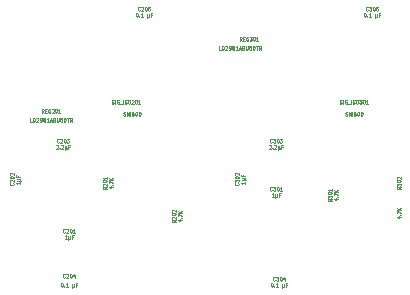
<source format=gbo>
%TF.GenerationSoftware,KiCad,Pcbnew,(6.0.0-0)*%
%TF.CreationDate,2022-02-05T16:32:56-08:00*%
%TF.ProjectId,tentacle-raspi,74656e74-6163-46c6-952d-72617370692e,1.0*%
%TF.SameCoordinates,Original*%
%TF.FileFunction,Legend,Bot*%
%TF.FilePolarity,Positive*%
%FSLAX46Y46*%
G04 Gerber Fmt 4.6, Leading zero omitted, Abs format (unit mm)*
G04 Created by KiCad (PCBNEW (6.0.0-0)) date 2022-02-05 16:32:56*
%MOMM*%
%LPD*%
G01*
G04 APERTURE LIST*
%ADD10C,0.040000*%
G04 APERTURE END LIST*
D10*
%TO.C,C201*%
X119044285Y-94341142D02*
X119030000Y-94355428D01*
X118987142Y-94369714D01*
X118958571Y-94369714D01*
X118915714Y-94355428D01*
X118887142Y-94326857D01*
X118872857Y-94298285D01*
X118858571Y-94241142D01*
X118858571Y-94198285D01*
X118872857Y-94141142D01*
X118887142Y-94112571D01*
X118915714Y-94084000D01*
X118958571Y-94069714D01*
X118987142Y-94069714D01*
X119030000Y-94084000D01*
X119044285Y-94098285D01*
X119158571Y-94098285D02*
X119172857Y-94084000D01*
X119201428Y-94069714D01*
X119272857Y-94069714D01*
X119301428Y-94084000D01*
X119315714Y-94098285D01*
X119330000Y-94126857D01*
X119330000Y-94155428D01*
X119315714Y-94198285D01*
X119144285Y-94369714D01*
X119330000Y-94369714D01*
X119515714Y-94069714D02*
X119544285Y-94069714D01*
X119572857Y-94084000D01*
X119587142Y-94098285D01*
X119601428Y-94126857D01*
X119615714Y-94184000D01*
X119615714Y-94255428D01*
X119601428Y-94312571D01*
X119587142Y-94341142D01*
X119572857Y-94355428D01*
X119544285Y-94369714D01*
X119515714Y-94369714D01*
X119487142Y-94355428D01*
X119472857Y-94341142D01*
X119458571Y-94312571D01*
X119444285Y-94255428D01*
X119444285Y-94184000D01*
X119458571Y-94126857D01*
X119472857Y-94098285D01*
X119487142Y-94084000D01*
X119515714Y-94069714D01*
X119901428Y-94369714D02*
X119730000Y-94369714D01*
X119815714Y-94369714D02*
X119815714Y-94069714D01*
X119787142Y-94112571D01*
X119758571Y-94141142D01*
X119730000Y-94155428D01*
X119180000Y-94877714D02*
X119008571Y-94877714D01*
X119094285Y-94877714D02*
X119094285Y-94577714D01*
X119065714Y-94620571D01*
X119037142Y-94649142D01*
X119008571Y-94663428D01*
X119308571Y-94677714D02*
X119308571Y-94977714D01*
X119451428Y-94834857D02*
X119465714Y-94863428D01*
X119494285Y-94877714D01*
X119308571Y-94834857D02*
X119322857Y-94863428D01*
X119351428Y-94877714D01*
X119408571Y-94877714D01*
X119437142Y-94863428D01*
X119451428Y-94834857D01*
X119451428Y-94677714D01*
X119722857Y-94720571D02*
X119622857Y-94720571D01*
X119622857Y-94877714D02*
X119622857Y-94577714D01*
X119765714Y-94577714D01*
%TO.C,C202*%
X114661142Y-90188214D02*
X114675428Y-90202500D01*
X114689714Y-90245357D01*
X114689714Y-90273928D01*
X114675428Y-90316785D01*
X114646857Y-90345357D01*
X114618285Y-90359642D01*
X114561142Y-90373928D01*
X114518285Y-90373928D01*
X114461142Y-90359642D01*
X114432571Y-90345357D01*
X114404000Y-90316785D01*
X114389714Y-90273928D01*
X114389714Y-90245357D01*
X114404000Y-90202500D01*
X114418285Y-90188214D01*
X114418285Y-90073928D02*
X114404000Y-90059642D01*
X114389714Y-90031071D01*
X114389714Y-89959642D01*
X114404000Y-89931071D01*
X114418285Y-89916785D01*
X114446857Y-89902500D01*
X114475428Y-89902500D01*
X114518285Y-89916785D01*
X114689714Y-90088214D01*
X114689714Y-89902500D01*
X114389714Y-89716785D02*
X114389714Y-89688214D01*
X114404000Y-89659642D01*
X114418285Y-89645357D01*
X114446857Y-89631071D01*
X114504000Y-89616785D01*
X114575428Y-89616785D01*
X114632571Y-89631071D01*
X114661142Y-89645357D01*
X114675428Y-89659642D01*
X114689714Y-89688214D01*
X114689714Y-89716785D01*
X114675428Y-89745357D01*
X114661142Y-89759642D01*
X114632571Y-89773928D01*
X114575428Y-89788214D01*
X114504000Y-89788214D01*
X114446857Y-89773928D01*
X114418285Y-89759642D01*
X114404000Y-89745357D01*
X114389714Y-89716785D01*
X114418285Y-89502500D02*
X114404000Y-89488214D01*
X114389714Y-89459642D01*
X114389714Y-89388214D01*
X114404000Y-89359642D01*
X114418285Y-89345357D01*
X114446857Y-89331071D01*
X114475428Y-89331071D01*
X114518285Y-89345357D01*
X114689714Y-89516785D01*
X114689714Y-89331071D01*
X115197714Y-90116000D02*
X115197714Y-90287428D01*
X115197714Y-90201714D02*
X114897714Y-90201714D01*
X114940571Y-90230285D01*
X114969142Y-90258857D01*
X114983428Y-90287428D01*
X114997714Y-89987428D02*
X115297714Y-89987428D01*
X115154857Y-89844571D02*
X115183428Y-89830285D01*
X115197714Y-89801714D01*
X115154857Y-89987428D02*
X115183428Y-89973142D01*
X115197714Y-89944571D01*
X115197714Y-89887428D01*
X115183428Y-89858857D01*
X115154857Y-89844571D01*
X114997714Y-89844571D01*
X115040571Y-89573142D02*
X115040571Y-89673142D01*
X115197714Y-89673142D02*
X114897714Y-89673142D01*
X114897714Y-89530285D01*
%TO.C,C203*%
X118536285Y-86721142D02*
X118522000Y-86735428D01*
X118479142Y-86749714D01*
X118450571Y-86749714D01*
X118407714Y-86735428D01*
X118379142Y-86706857D01*
X118364857Y-86678285D01*
X118350571Y-86621142D01*
X118350571Y-86578285D01*
X118364857Y-86521142D01*
X118379142Y-86492571D01*
X118407714Y-86464000D01*
X118450571Y-86449714D01*
X118479142Y-86449714D01*
X118522000Y-86464000D01*
X118536285Y-86478285D01*
X118650571Y-86478285D02*
X118664857Y-86464000D01*
X118693428Y-86449714D01*
X118764857Y-86449714D01*
X118793428Y-86464000D01*
X118807714Y-86478285D01*
X118822000Y-86506857D01*
X118822000Y-86535428D01*
X118807714Y-86578285D01*
X118636285Y-86749714D01*
X118822000Y-86749714D01*
X119007714Y-86449714D02*
X119036285Y-86449714D01*
X119064857Y-86464000D01*
X119079142Y-86478285D01*
X119093428Y-86506857D01*
X119107714Y-86564000D01*
X119107714Y-86635428D01*
X119093428Y-86692571D01*
X119079142Y-86721142D01*
X119064857Y-86735428D01*
X119036285Y-86749714D01*
X119007714Y-86749714D01*
X118979142Y-86735428D01*
X118964857Y-86721142D01*
X118950571Y-86692571D01*
X118936285Y-86635428D01*
X118936285Y-86564000D01*
X118950571Y-86506857D01*
X118964857Y-86478285D01*
X118979142Y-86464000D01*
X119007714Y-86449714D01*
X119207714Y-86449714D02*
X119393428Y-86449714D01*
X119293428Y-86564000D01*
X119336285Y-86564000D01*
X119364857Y-86578285D01*
X119379142Y-86592571D01*
X119393428Y-86621142D01*
X119393428Y-86692571D01*
X119379142Y-86721142D01*
X119364857Y-86735428D01*
X119336285Y-86749714D01*
X119250571Y-86749714D01*
X119222000Y-86735428D01*
X119207714Y-86721142D01*
X118286285Y-86986285D02*
X118300571Y-86972000D01*
X118329142Y-86957714D01*
X118400571Y-86957714D01*
X118429142Y-86972000D01*
X118443428Y-86986285D01*
X118457714Y-87014857D01*
X118457714Y-87043428D01*
X118443428Y-87086285D01*
X118272000Y-87257714D01*
X118457714Y-87257714D01*
X118586285Y-87229142D02*
X118600571Y-87243428D01*
X118586285Y-87257714D01*
X118572000Y-87243428D01*
X118586285Y-87229142D01*
X118586285Y-87257714D01*
X118714857Y-86986285D02*
X118729142Y-86972000D01*
X118757714Y-86957714D01*
X118829142Y-86957714D01*
X118857714Y-86972000D01*
X118872000Y-86986285D01*
X118886285Y-87014857D01*
X118886285Y-87043428D01*
X118872000Y-87086285D01*
X118700571Y-87257714D01*
X118886285Y-87257714D01*
X119014857Y-87057714D02*
X119014857Y-87357714D01*
X119157714Y-87214857D02*
X119172000Y-87243428D01*
X119200571Y-87257714D01*
X119014857Y-87214857D02*
X119029142Y-87243428D01*
X119057714Y-87257714D01*
X119114857Y-87257714D01*
X119143428Y-87243428D01*
X119157714Y-87214857D01*
X119157714Y-87057714D01*
X119429142Y-87100571D02*
X119329142Y-87100571D01*
X119329142Y-87257714D02*
X119329142Y-86957714D01*
X119472000Y-86957714D01*
%TO.C,C204*%
X119044285Y-98151142D02*
X119030000Y-98165428D01*
X118987142Y-98179714D01*
X118958571Y-98179714D01*
X118915714Y-98165428D01*
X118887142Y-98136857D01*
X118872857Y-98108285D01*
X118858571Y-98051142D01*
X118858571Y-98008285D01*
X118872857Y-97951142D01*
X118887142Y-97922571D01*
X118915714Y-97894000D01*
X118958571Y-97879714D01*
X118987142Y-97879714D01*
X119030000Y-97894000D01*
X119044285Y-97908285D01*
X119158571Y-97908285D02*
X119172857Y-97894000D01*
X119201428Y-97879714D01*
X119272857Y-97879714D01*
X119301428Y-97894000D01*
X119315714Y-97908285D01*
X119330000Y-97936857D01*
X119330000Y-97965428D01*
X119315714Y-98008285D01*
X119144285Y-98179714D01*
X119330000Y-98179714D01*
X119515714Y-97879714D02*
X119544285Y-97879714D01*
X119572857Y-97894000D01*
X119587142Y-97908285D01*
X119601428Y-97936857D01*
X119615714Y-97994000D01*
X119615714Y-98065428D01*
X119601428Y-98122571D01*
X119587142Y-98151142D01*
X119572857Y-98165428D01*
X119544285Y-98179714D01*
X119515714Y-98179714D01*
X119487142Y-98165428D01*
X119472857Y-98151142D01*
X119458571Y-98122571D01*
X119444285Y-98065428D01*
X119444285Y-97994000D01*
X119458571Y-97936857D01*
X119472857Y-97908285D01*
X119487142Y-97894000D01*
X119515714Y-97879714D01*
X119872857Y-97979714D02*
X119872857Y-98179714D01*
X119801428Y-97865428D02*
X119730000Y-98079714D01*
X119915714Y-98079714D01*
X118751428Y-98641714D02*
X118780000Y-98641714D01*
X118808571Y-98656000D01*
X118822857Y-98670285D01*
X118837142Y-98698857D01*
X118851428Y-98756000D01*
X118851428Y-98827428D01*
X118837142Y-98884571D01*
X118822857Y-98913142D01*
X118808571Y-98927428D01*
X118780000Y-98941714D01*
X118751428Y-98941714D01*
X118722857Y-98927428D01*
X118708571Y-98913142D01*
X118694285Y-98884571D01*
X118680000Y-98827428D01*
X118680000Y-98756000D01*
X118694285Y-98698857D01*
X118708571Y-98670285D01*
X118722857Y-98656000D01*
X118751428Y-98641714D01*
X118980000Y-98913142D02*
X118994285Y-98927428D01*
X118980000Y-98941714D01*
X118965714Y-98927428D01*
X118980000Y-98913142D01*
X118980000Y-98941714D01*
X119280000Y-98941714D02*
X119108571Y-98941714D01*
X119194285Y-98941714D02*
X119194285Y-98641714D01*
X119165714Y-98684571D01*
X119137142Y-98713142D01*
X119108571Y-98727428D01*
X119637142Y-98741714D02*
X119637142Y-99041714D01*
X119780000Y-98898857D02*
X119794285Y-98927428D01*
X119822857Y-98941714D01*
X119637142Y-98898857D02*
X119651428Y-98927428D01*
X119680000Y-98941714D01*
X119737142Y-98941714D01*
X119765714Y-98927428D01*
X119780000Y-98898857D01*
X119780000Y-98741714D01*
X120051428Y-98784571D02*
X119951428Y-98784571D01*
X119951428Y-98941714D02*
X119951428Y-98641714D01*
X120094285Y-98641714D01*
%TO.C,C205*%
X125394285Y-75545142D02*
X125380000Y-75559428D01*
X125337142Y-75573714D01*
X125308571Y-75573714D01*
X125265714Y-75559428D01*
X125237142Y-75530857D01*
X125222857Y-75502285D01*
X125208571Y-75445142D01*
X125208571Y-75402285D01*
X125222857Y-75345142D01*
X125237142Y-75316571D01*
X125265714Y-75288000D01*
X125308571Y-75273714D01*
X125337142Y-75273714D01*
X125380000Y-75288000D01*
X125394285Y-75302285D01*
X125508571Y-75302285D02*
X125522857Y-75288000D01*
X125551428Y-75273714D01*
X125622857Y-75273714D01*
X125651428Y-75288000D01*
X125665714Y-75302285D01*
X125680000Y-75330857D01*
X125680000Y-75359428D01*
X125665714Y-75402285D01*
X125494285Y-75573714D01*
X125680000Y-75573714D01*
X125865714Y-75273714D02*
X125894285Y-75273714D01*
X125922857Y-75288000D01*
X125937142Y-75302285D01*
X125951428Y-75330857D01*
X125965714Y-75388000D01*
X125965714Y-75459428D01*
X125951428Y-75516571D01*
X125937142Y-75545142D01*
X125922857Y-75559428D01*
X125894285Y-75573714D01*
X125865714Y-75573714D01*
X125837142Y-75559428D01*
X125822857Y-75545142D01*
X125808571Y-75516571D01*
X125794285Y-75459428D01*
X125794285Y-75388000D01*
X125808571Y-75330857D01*
X125822857Y-75302285D01*
X125837142Y-75288000D01*
X125865714Y-75273714D01*
X126237142Y-75273714D02*
X126094285Y-75273714D01*
X126080000Y-75416571D01*
X126094285Y-75402285D01*
X126122857Y-75388000D01*
X126194285Y-75388000D01*
X126222857Y-75402285D01*
X126237142Y-75416571D01*
X126251428Y-75445142D01*
X126251428Y-75516571D01*
X126237142Y-75545142D01*
X126222857Y-75559428D01*
X126194285Y-75573714D01*
X126122857Y-75573714D01*
X126094285Y-75559428D01*
X126080000Y-75545142D01*
X125101428Y-75781714D02*
X125130000Y-75781714D01*
X125158571Y-75796000D01*
X125172857Y-75810285D01*
X125187142Y-75838857D01*
X125201428Y-75896000D01*
X125201428Y-75967428D01*
X125187142Y-76024571D01*
X125172857Y-76053142D01*
X125158571Y-76067428D01*
X125130000Y-76081714D01*
X125101428Y-76081714D01*
X125072857Y-76067428D01*
X125058571Y-76053142D01*
X125044285Y-76024571D01*
X125030000Y-75967428D01*
X125030000Y-75896000D01*
X125044285Y-75838857D01*
X125058571Y-75810285D01*
X125072857Y-75796000D01*
X125101428Y-75781714D01*
X125330000Y-76053142D02*
X125344285Y-76067428D01*
X125330000Y-76081714D01*
X125315714Y-76067428D01*
X125330000Y-76053142D01*
X125330000Y-76081714D01*
X125630000Y-76081714D02*
X125458571Y-76081714D01*
X125544285Y-76081714D02*
X125544285Y-75781714D01*
X125515714Y-75824571D01*
X125487142Y-75853142D01*
X125458571Y-75867428D01*
X125987142Y-75881714D02*
X125987142Y-76181714D01*
X126130000Y-76038857D02*
X126144285Y-76067428D01*
X126172857Y-76081714D01*
X125987142Y-76038857D02*
X126001428Y-76067428D01*
X126030000Y-76081714D01*
X126087142Y-76081714D01*
X126115714Y-76067428D01*
X126130000Y-76038857D01*
X126130000Y-75881714D01*
X126401428Y-75924571D02*
X126301428Y-75924571D01*
X126301428Y-76081714D02*
X126301428Y-75781714D01*
X126444285Y-75781714D01*
%TO.C,C301*%
X136570285Y-90785142D02*
X136556000Y-90799428D01*
X136513142Y-90813714D01*
X136484571Y-90813714D01*
X136441714Y-90799428D01*
X136413142Y-90770857D01*
X136398857Y-90742285D01*
X136384571Y-90685142D01*
X136384571Y-90642285D01*
X136398857Y-90585142D01*
X136413142Y-90556571D01*
X136441714Y-90528000D01*
X136484571Y-90513714D01*
X136513142Y-90513714D01*
X136556000Y-90528000D01*
X136570285Y-90542285D01*
X136670285Y-90513714D02*
X136856000Y-90513714D01*
X136756000Y-90628000D01*
X136798857Y-90628000D01*
X136827428Y-90642285D01*
X136841714Y-90656571D01*
X136856000Y-90685142D01*
X136856000Y-90756571D01*
X136841714Y-90785142D01*
X136827428Y-90799428D01*
X136798857Y-90813714D01*
X136713142Y-90813714D01*
X136684571Y-90799428D01*
X136670285Y-90785142D01*
X137041714Y-90513714D02*
X137070285Y-90513714D01*
X137098857Y-90528000D01*
X137113142Y-90542285D01*
X137127428Y-90570857D01*
X137141714Y-90628000D01*
X137141714Y-90699428D01*
X137127428Y-90756571D01*
X137113142Y-90785142D01*
X137098857Y-90799428D01*
X137070285Y-90813714D01*
X137041714Y-90813714D01*
X137013142Y-90799428D01*
X136998857Y-90785142D01*
X136984571Y-90756571D01*
X136970285Y-90699428D01*
X136970285Y-90628000D01*
X136984571Y-90570857D01*
X136998857Y-90542285D01*
X137013142Y-90528000D01*
X137041714Y-90513714D01*
X137427428Y-90813714D02*
X137256000Y-90813714D01*
X137341714Y-90813714D02*
X137341714Y-90513714D01*
X137313142Y-90556571D01*
X137284571Y-90585142D01*
X137256000Y-90599428D01*
X136706000Y-91321714D02*
X136534571Y-91321714D01*
X136620285Y-91321714D02*
X136620285Y-91021714D01*
X136591714Y-91064571D01*
X136563142Y-91093142D01*
X136534571Y-91107428D01*
X136834571Y-91121714D02*
X136834571Y-91421714D01*
X136977428Y-91278857D02*
X136991714Y-91307428D01*
X137020285Y-91321714D01*
X136834571Y-91278857D02*
X136848857Y-91307428D01*
X136877428Y-91321714D01*
X136934571Y-91321714D01*
X136963142Y-91307428D01*
X136977428Y-91278857D01*
X136977428Y-91121714D01*
X137248857Y-91164571D02*
X137148857Y-91164571D01*
X137148857Y-91321714D02*
X137148857Y-91021714D01*
X137291714Y-91021714D01*
%TO.C,C302*%
X133711142Y-90188214D02*
X133725428Y-90202500D01*
X133739714Y-90245357D01*
X133739714Y-90273928D01*
X133725428Y-90316785D01*
X133696857Y-90345357D01*
X133668285Y-90359642D01*
X133611142Y-90373928D01*
X133568285Y-90373928D01*
X133511142Y-90359642D01*
X133482571Y-90345357D01*
X133454000Y-90316785D01*
X133439714Y-90273928D01*
X133439714Y-90245357D01*
X133454000Y-90202500D01*
X133468285Y-90188214D01*
X133439714Y-90088214D02*
X133439714Y-89902500D01*
X133554000Y-90002500D01*
X133554000Y-89959642D01*
X133568285Y-89931071D01*
X133582571Y-89916785D01*
X133611142Y-89902500D01*
X133682571Y-89902500D01*
X133711142Y-89916785D01*
X133725428Y-89931071D01*
X133739714Y-89959642D01*
X133739714Y-90045357D01*
X133725428Y-90073928D01*
X133711142Y-90088214D01*
X133439714Y-89716785D02*
X133439714Y-89688214D01*
X133454000Y-89659642D01*
X133468285Y-89645357D01*
X133496857Y-89631071D01*
X133554000Y-89616785D01*
X133625428Y-89616785D01*
X133682571Y-89631071D01*
X133711142Y-89645357D01*
X133725428Y-89659642D01*
X133739714Y-89688214D01*
X133739714Y-89716785D01*
X133725428Y-89745357D01*
X133711142Y-89759642D01*
X133682571Y-89773928D01*
X133625428Y-89788214D01*
X133554000Y-89788214D01*
X133496857Y-89773928D01*
X133468285Y-89759642D01*
X133454000Y-89745357D01*
X133439714Y-89716785D01*
X133468285Y-89502500D02*
X133454000Y-89488214D01*
X133439714Y-89459642D01*
X133439714Y-89388214D01*
X133454000Y-89359642D01*
X133468285Y-89345357D01*
X133496857Y-89331071D01*
X133525428Y-89331071D01*
X133568285Y-89345357D01*
X133739714Y-89516785D01*
X133739714Y-89331071D01*
X134247714Y-90052500D02*
X134247714Y-90223928D01*
X134247714Y-90138214D02*
X133947714Y-90138214D01*
X133990571Y-90166785D01*
X134019142Y-90195357D01*
X134033428Y-90223928D01*
X134047714Y-89923928D02*
X134347714Y-89923928D01*
X134204857Y-89781071D02*
X134233428Y-89766785D01*
X134247714Y-89738214D01*
X134204857Y-89923928D02*
X134233428Y-89909642D01*
X134247714Y-89881071D01*
X134247714Y-89823928D01*
X134233428Y-89795357D01*
X134204857Y-89781071D01*
X134047714Y-89781071D01*
X134090571Y-89509642D02*
X134090571Y-89609642D01*
X134247714Y-89609642D02*
X133947714Y-89609642D01*
X133947714Y-89466785D01*
%TO.C,C303*%
X136570285Y-86721142D02*
X136556000Y-86735428D01*
X136513142Y-86749714D01*
X136484571Y-86749714D01*
X136441714Y-86735428D01*
X136413142Y-86706857D01*
X136398857Y-86678285D01*
X136384571Y-86621142D01*
X136384571Y-86578285D01*
X136398857Y-86521142D01*
X136413142Y-86492571D01*
X136441714Y-86464000D01*
X136484571Y-86449714D01*
X136513142Y-86449714D01*
X136556000Y-86464000D01*
X136570285Y-86478285D01*
X136670285Y-86449714D02*
X136856000Y-86449714D01*
X136756000Y-86564000D01*
X136798857Y-86564000D01*
X136827428Y-86578285D01*
X136841714Y-86592571D01*
X136856000Y-86621142D01*
X136856000Y-86692571D01*
X136841714Y-86721142D01*
X136827428Y-86735428D01*
X136798857Y-86749714D01*
X136713142Y-86749714D01*
X136684571Y-86735428D01*
X136670285Y-86721142D01*
X137041714Y-86449714D02*
X137070285Y-86449714D01*
X137098857Y-86464000D01*
X137113142Y-86478285D01*
X137127428Y-86506857D01*
X137141714Y-86564000D01*
X137141714Y-86635428D01*
X137127428Y-86692571D01*
X137113142Y-86721142D01*
X137098857Y-86735428D01*
X137070285Y-86749714D01*
X137041714Y-86749714D01*
X137013142Y-86735428D01*
X136998857Y-86721142D01*
X136984571Y-86692571D01*
X136970285Y-86635428D01*
X136970285Y-86564000D01*
X136984571Y-86506857D01*
X136998857Y-86478285D01*
X137013142Y-86464000D01*
X137041714Y-86449714D01*
X137241714Y-86449714D02*
X137427428Y-86449714D01*
X137327428Y-86564000D01*
X137370285Y-86564000D01*
X137398857Y-86578285D01*
X137413142Y-86592571D01*
X137427428Y-86621142D01*
X137427428Y-86692571D01*
X137413142Y-86721142D01*
X137398857Y-86735428D01*
X137370285Y-86749714D01*
X137284571Y-86749714D01*
X137256000Y-86735428D01*
X137241714Y-86721142D01*
X136320285Y-86986285D02*
X136334571Y-86972000D01*
X136363142Y-86957714D01*
X136434571Y-86957714D01*
X136463142Y-86972000D01*
X136477428Y-86986285D01*
X136491714Y-87014857D01*
X136491714Y-87043428D01*
X136477428Y-87086285D01*
X136306000Y-87257714D01*
X136491714Y-87257714D01*
X136620285Y-87229142D02*
X136634571Y-87243428D01*
X136620285Y-87257714D01*
X136606000Y-87243428D01*
X136620285Y-87229142D01*
X136620285Y-87257714D01*
X136748857Y-86986285D02*
X136763142Y-86972000D01*
X136791714Y-86957714D01*
X136863142Y-86957714D01*
X136891714Y-86972000D01*
X136906000Y-86986285D01*
X136920285Y-87014857D01*
X136920285Y-87043428D01*
X136906000Y-87086285D01*
X136734571Y-87257714D01*
X136920285Y-87257714D01*
X137048857Y-87057714D02*
X137048857Y-87357714D01*
X137191714Y-87214857D02*
X137206000Y-87243428D01*
X137234571Y-87257714D01*
X137048857Y-87214857D02*
X137063142Y-87243428D01*
X137091714Y-87257714D01*
X137148857Y-87257714D01*
X137177428Y-87243428D01*
X137191714Y-87214857D01*
X137191714Y-87057714D01*
X137463142Y-87100571D02*
X137363142Y-87100571D01*
X137363142Y-87257714D02*
X137363142Y-86957714D01*
X137506000Y-86957714D01*
%TO.C,C304*%
X136824285Y-98405142D02*
X136810000Y-98419428D01*
X136767142Y-98433714D01*
X136738571Y-98433714D01*
X136695714Y-98419428D01*
X136667142Y-98390857D01*
X136652857Y-98362285D01*
X136638571Y-98305142D01*
X136638571Y-98262285D01*
X136652857Y-98205142D01*
X136667142Y-98176571D01*
X136695714Y-98148000D01*
X136738571Y-98133714D01*
X136767142Y-98133714D01*
X136810000Y-98148000D01*
X136824285Y-98162285D01*
X136924285Y-98133714D02*
X137110000Y-98133714D01*
X137010000Y-98248000D01*
X137052857Y-98248000D01*
X137081428Y-98262285D01*
X137095714Y-98276571D01*
X137110000Y-98305142D01*
X137110000Y-98376571D01*
X137095714Y-98405142D01*
X137081428Y-98419428D01*
X137052857Y-98433714D01*
X136967142Y-98433714D01*
X136938571Y-98419428D01*
X136924285Y-98405142D01*
X137295714Y-98133714D02*
X137324285Y-98133714D01*
X137352857Y-98148000D01*
X137367142Y-98162285D01*
X137381428Y-98190857D01*
X137395714Y-98248000D01*
X137395714Y-98319428D01*
X137381428Y-98376571D01*
X137367142Y-98405142D01*
X137352857Y-98419428D01*
X137324285Y-98433714D01*
X137295714Y-98433714D01*
X137267142Y-98419428D01*
X137252857Y-98405142D01*
X137238571Y-98376571D01*
X137224285Y-98319428D01*
X137224285Y-98248000D01*
X137238571Y-98190857D01*
X137252857Y-98162285D01*
X137267142Y-98148000D01*
X137295714Y-98133714D01*
X137652857Y-98233714D02*
X137652857Y-98433714D01*
X137581428Y-98119428D02*
X137510000Y-98333714D01*
X137695714Y-98333714D01*
X136531428Y-98641714D02*
X136560000Y-98641714D01*
X136588571Y-98656000D01*
X136602857Y-98670285D01*
X136617142Y-98698857D01*
X136631428Y-98756000D01*
X136631428Y-98827428D01*
X136617142Y-98884571D01*
X136602857Y-98913142D01*
X136588571Y-98927428D01*
X136560000Y-98941714D01*
X136531428Y-98941714D01*
X136502857Y-98927428D01*
X136488571Y-98913142D01*
X136474285Y-98884571D01*
X136460000Y-98827428D01*
X136460000Y-98756000D01*
X136474285Y-98698857D01*
X136488571Y-98670285D01*
X136502857Y-98656000D01*
X136531428Y-98641714D01*
X136760000Y-98913142D02*
X136774285Y-98927428D01*
X136760000Y-98941714D01*
X136745714Y-98927428D01*
X136760000Y-98913142D01*
X136760000Y-98941714D01*
X137060000Y-98941714D02*
X136888571Y-98941714D01*
X136974285Y-98941714D02*
X136974285Y-98641714D01*
X136945714Y-98684571D01*
X136917142Y-98713142D01*
X136888571Y-98727428D01*
X137417142Y-98741714D02*
X137417142Y-99041714D01*
X137560000Y-98898857D02*
X137574285Y-98927428D01*
X137602857Y-98941714D01*
X137417142Y-98898857D02*
X137431428Y-98927428D01*
X137460000Y-98941714D01*
X137517142Y-98941714D01*
X137545714Y-98927428D01*
X137560000Y-98898857D01*
X137560000Y-98741714D01*
X137831428Y-98784571D02*
X137731428Y-98784571D01*
X137731428Y-98941714D02*
X137731428Y-98641714D01*
X137874285Y-98641714D01*
%TO.C,C305*%
X144698285Y-75545142D02*
X144684000Y-75559428D01*
X144641142Y-75573714D01*
X144612571Y-75573714D01*
X144569714Y-75559428D01*
X144541142Y-75530857D01*
X144526857Y-75502285D01*
X144512571Y-75445142D01*
X144512571Y-75402285D01*
X144526857Y-75345142D01*
X144541142Y-75316571D01*
X144569714Y-75288000D01*
X144612571Y-75273714D01*
X144641142Y-75273714D01*
X144684000Y-75288000D01*
X144698285Y-75302285D01*
X144798285Y-75273714D02*
X144984000Y-75273714D01*
X144884000Y-75388000D01*
X144926857Y-75388000D01*
X144955428Y-75402285D01*
X144969714Y-75416571D01*
X144984000Y-75445142D01*
X144984000Y-75516571D01*
X144969714Y-75545142D01*
X144955428Y-75559428D01*
X144926857Y-75573714D01*
X144841142Y-75573714D01*
X144812571Y-75559428D01*
X144798285Y-75545142D01*
X145169714Y-75273714D02*
X145198285Y-75273714D01*
X145226857Y-75288000D01*
X145241142Y-75302285D01*
X145255428Y-75330857D01*
X145269714Y-75388000D01*
X145269714Y-75459428D01*
X145255428Y-75516571D01*
X145241142Y-75545142D01*
X145226857Y-75559428D01*
X145198285Y-75573714D01*
X145169714Y-75573714D01*
X145141142Y-75559428D01*
X145126857Y-75545142D01*
X145112571Y-75516571D01*
X145098285Y-75459428D01*
X145098285Y-75388000D01*
X145112571Y-75330857D01*
X145126857Y-75302285D01*
X145141142Y-75288000D01*
X145169714Y-75273714D01*
X145541142Y-75273714D02*
X145398285Y-75273714D01*
X145384000Y-75416571D01*
X145398285Y-75402285D01*
X145426857Y-75388000D01*
X145498285Y-75388000D01*
X145526857Y-75402285D01*
X145541142Y-75416571D01*
X145555428Y-75445142D01*
X145555428Y-75516571D01*
X145541142Y-75545142D01*
X145526857Y-75559428D01*
X145498285Y-75573714D01*
X145426857Y-75573714D01*
X145398285Y-75559428D01*
X145384000Y-75545142D01*
X144405428Y-75781714D02*
X144434000Y-75781714D01*
X144462571Y-75796000D01*
X144476857Y-75810285D01*
X144491142Y-75838857D01*
X144505428Y-75896000D01*
X144505428Y-75967428D01*
X144491142Y-76024571D01*
X144476857Y-76053142D01*
X144462571Y-76067428D01*
X144434000Y-76081714D01*
X144405428Y-76081714D01*
X144376857Y-76067428D01*
X144362571Y-76053142D01*
X144348285Y-76024571D01*
X144334000Y-75967428D01*
X144334000Y-75896000D01*
X144348285Y-75838857D01*
X144362571Y-75810285D01*
X144376857Y-75796000D01*
X144405428Y-75781714D01*
X144634000Y-76053142D02*
X144648285Y-76067428D01*
X144634000Y-76081714D01*
X144619714Y-76067428D01*
X144634000Y-76053142D01*
X144634000Y-76081714D01*
X144934000Y-76081714D02*
X144762571Y-76081714D01*
X144848285Y-76081714D02*
X144848285Y-75781714D01*
X144819714Y-75824571D01*
X144791142Y-75853142D01*
X144762571Y-75867428D01*
X145291142Y-75881714D02*
X145291142Y-76181714D01*
X145434000Y-76038857D02*
X145448285Y-76067428D01*
X145476857Y-76081714D01*
X145291142Y-76038857D02*
X145305428Y-76067428D01*
X145334000Y-76081714D01*
X145391142Y-76081714D01*
X145419714Y-76067428D01*
X145434000Y-76038857D01*
X145434000Y-75881714D01*
X145705428Y-75924571D02*
X145605428Y-75924571D01*
X145605428Y-76081714D02*
X145605428Y-75781714D01*
X145748285Y-75781714D01*
%TO.C,R201*%
X122563714Y-90505714D02*
X122420857Y-90605714D01*
X122563714Y-90677142D02*
X122263714Y-90677142D01*
X122263714Y-90562857D01*
X122278000Y-90534285D01*
X122292285Y-90520000D01*
X122320857Y-90505714D01*
X122363714Y-90505714D01*
X122392285Y-90520000D01*
X122406571Y-90534285D01*
X122420857Y-90562857D01*
X122420857Y-90677142D01*
X122292285Y-90391428D02*
X122278000Y-90377142D01*
X122263714Y-90348571D01*
X122263714Y-90277142D01*
X122278000Y-90248571D01*
X122292285Y-90234285D01*
X122320857Y-90220000D01*
X122349428Y-90220000D01*
X122392285Y-90234285D01*
X122563714Y-90405714D01*
X122563714Y-90220000D01*
X122263714Y-90034285D02*
X122263714Y-90005714D01*
X122278000Y-89977142D01*
X122292285Y-89962857D01*
X122320857Y-89948571D01*
X122378000Y-89934285D01*
X122449428Y-89934285D01*
X122506571Y-89948571D01*
X122535142Y-89962857D01*
X122549428Y-89977142D01*
X122563714Y-90005714D01*
X122563714Y-90034285D01*
X122549428Y-90062857D01*
X122535142Y-90077142D01*
X122506571Y-90091428D01*
X122449428Y-90105714D01*
X122378000Y-90105714D01*
X122320857Y-90091428D01*
X122292285Y-90077142D01*
X122278000Y-90062857D01*
X122263714Y-90034285D01*
X122563714Y-89648571D02*
X122563714Y-89820000D01*
X122563714Y-89734285D02*
X122263714Y-89734285D01*
X122306571Y-89762857D01*
X122335142Y-89791428D01*
X122349428Y-89820000D01*
X122871714Y-90477142D02*
X123071714Y-90477142D01*
X122757428Y-90548571D02*
X122971714Y-90620000D01*
X122971714Y-90434285D01*
X123043142Y-90320000D02*
X123057428Y-90305714D01*
X123071714Y-90320000D01*
X123057428Y-90334285D01*
X123043142Y-90320000D01*
X123071714Y-90320000D01*
X122771714Y-90205714D02*
X122771714Y-90005714D01*
X123071714Y-90134285D01*
X123071714Y-89891428D02*
X122771714Y-89891428D01*
X123071714Y-89720000D02*
X122900285Y-89848571D01*
X122771714Y-89720000D02*
X122943142Y-89891428D01*
%TO.C,R202*%
X128405714Y-93299714D02*
X128262857Y-93399714D01*
X128405714Y-93471142D02*
X128105714Y-93471142D01*
X128105714Y-93356857D01*
X128120000Y-93328285D01*
X128134285Y-93314000D01*
X128162857Y-93299714D01*
X128205714Y-93299714D01*
X128234285Y-93314000D01*
X128248571Y-93328285D01*
X128262857Y-93356857D01*
X128262857Y-93471142D01*
X128134285Y-93185428D02*
X128120000Y-93171142D01*
X128105714Y-93142571D01*
X128105714Y-93071142D01*
X128120000Y-93042571D01*
X128134285Y-93028285D01*
X128162857Y-93014000D01*
X128191428Y-93014000D01*
X128234285Y-93028285D01*
X128405714Y-93199714D01*
X128405714Y-93014000D01*
X128105714Y-92828285D02*
X128105714Y-92799714D01*
X128120000Y-92771142D01*
X128134285Y-92756857D01*
X128162857Y-92742571D01*
X128220000Y-92728285D01*
X128291428Y-92728285D01*
X128348571Y-92742571D01*
X128377142Y-92756857D01*
X128391428Y-92771142D01*
X128405714Y-92799714D01*
X128405714Y-92828285D01*
X128391428Y-92856857D01*
X128377142Y-92871142D01*
X128348571Y-92885428D01*
X128291428Y-92899714D01*
X128220000Y-92899714D01*
X128162857Y-92885428D01*
X128134285Y-92871142D01*
X128120000Y-92856857D01*
X128105714Y-92828285D01*
X128134285Y-92614000D02*
X128120000Y-92599714D01*
X128105714Y-92571142D01*
X128105714Y-92499714D01*
X128120000Y-92471142D01*
X128134285Y-92456857D01*
X128162857Y-92442571D01*
X128191428Y-92442571D01*
X128234285Y-92456857D01*
X128405714Y-92628285D01*
X128405714Y-92442571D01*
X128713714Y-93271142D02*
X128913714Y-93271142D01*
X128599428Y-93342571D02*
X128813714Y-93414000D01*
X128813714Y-93228285D01*
X128885142Y-93114000D02*
X128899428Y-93099714D01*
X128913714Y-93114000D01*
X128899428Y-93128285D01*
X128885142Y-93114000D01*
X128913714Y-93114000D01*
X128613714Y-92999714D02*
X128613714Y-92799714D01*
X128913714Y-92928285D01*
X128913714Y-92685428D02*
X128613714Y-92685428D01*
X128913714Y-92514000D02*
X128742285Y-92642571D01*
X128613714Y-92514000D02*
X128785142Y-92685428D01*
%TO.C,R301*%
X141613714Y-91521714D02*
X141470857Y-91621714D01*
X141613714Y-91693142D02*
X141313714Y-91693142D01*
X141313714Y-91578857D01*
X141328000Y-91550285D01*
X141342285Y-91536000D01*
X141370857Y-91521714D01*
X141413714Y-91521714D01*
X141442285Y-91536000D01*
X141456571Y-91550285D01*
X141470857Y-91578857D01*
X141470857Y-91693142D01*
X141313714Y-91421714D02*
X141313714Y-91236000D01*
X141428000Y-91336000D01*
X141428000Y-91293142D01*
X141442285Y-91264571D01*
X141456571Y-91250285D01*
X141485142Y-91236000D01*
X141556571Y-91236000D01*
X141585142Y-91250285D01*
X141599428Y-91264571D01*
X141613714Y-91293142D01*
X141613714Y-91378857D01*
X141599428Y-91407428D01*
X141585142Y-91421714D01*
X141313714Y-91050285D02*
X141313714Y-91021714D01*
X141328000Y-90993142D01*
X141342285Y-90978857D01*
X141370857Y-90964571D01*
X141428000Y-90950285D01*
X141499428Y-90950285D01*
X141556571Y-90964571D01*
X141585142Y-90978857D01*
X141599428Y-90993142D01*
X141613714Y-91021714D01*
X141613714Y-91050285D01*
X141599428Y-91078857D01*
X141585142Y-91093142D01*
X141556571Y-91107428D01*
X141499428Y-91121714D01*
X141428000Y-91121714D01*
X141370857Y-91107428D01*
X141342285Y-91093142D01*
X141328000Y-91078857D01*
X141313714Y-91050285D01*
X141613714Y-90664571D02*
X141613714Y-90836000D01*
X141613714Y-90750285D02*
X141313714Y-90750285D01*
X141356571Y-90778857D01*
X141385142Y-90807428D01*
X141399428Y-90836000D01*
X141921714Y-91493142D02*
X142121714Y-91493142D01*
X141807428Y-91564571D02*
X142021714Y-91636000D01*
X142021714Y-91450285D01*
X142093142Y-91336000D02*
X142107428Y-91321714D01*
X142121714Y-91336000D01*
X142107428Y-91350285D01*
X142093142Y-91336000D01*
X142121714Y-91336000D01*
X141821714Y-91221714D02*
X141821714Y-91021714D01*
X142121714Y-91150285D01*
X142121714Y-90907428D02*
X141821714Y-90907428D01*
X142121714Y-90736000D02*
X141950285Y-90864571D01*
X141821714Y-90736000D02*
X141993142Y-90907428D01*
%TO.C,R302*%
X147455714Y-90505714D02*
X147312857Y-90605714D01*
X147455714Y-90677142D02*
X147155714Y-90677142D01*
X147155714Y-90562857D01*
X147170000Y-90534285D01*
X147184285Y-90520000D01*
X147212857Y-90505714D01*
X147255714Y-90505714D01*
X147284285Y-90520000D01*
X147298571Y-90534285D01*
X147312857Y-90562857D01*
X147312857Y-90677142D01*
X147155714Y-90405714D02*
X147155714Y-90220000D01*
X147270000Y-90320000D01*
X147270000Y-90277142D01*
X147284285Y-90248571D01*
X147298571Y-90234285D01*
X147327142Y-90220000D01*
X147398571Y-90220000D01*
X147427142Y-90234285D01*
X147441428Y-90248571D01*
X147455714Y-90277142D01*
X147455714Y-90362857D01*
X147441428Y-90391428D01*
X147427142Y-90405714D01*
X147155714Y-90034285D02*
X147155714Y-90005714D01*
X147170000Y-89977142D01*
X147184285Y-89962857D01*
X147212857Y-89948571D01*
X147270000Y-89934285D01*
X147341428Y-89934285D01*
X147398571Y-89948571D01*
X147427142Y-89962857D01*
X147441428Y-89977142D01*
X147455714Y-90005714D01*
X147455714Y-90034285D01*
X147441428Y-90062857D01*
X147427142Y-90077142D01*
X147398571Y-90091428D01*
X147341428Y-90105714D01*
X147270000Y-90105714D01*
X147212857Y-90091428D01*
X147184285Y-90077142D01*
X147170000Y-90062857D01*
X147155714Y-90034285D01*
X147184285Y-89820000D02*
X147170000Y-89805714D01*
X147155714Y-89777142D01*
X147155714Y-89705714D01*
X147170000Y-89677142D01*
X147184285Y-89662857D01*
X147212857Y-89648571D01*
X147241428Y-89648571D01*
X147284285Y-89662857D01*
X147455714Y-89834285D01*
X147455714Y-89648571D01*
X147255714Y-93017142D02*
X147455714Y-93017142D01*
X147141428Y-93088571D02*
X147355714Y-93160000D01*
X147355714Y-92974285D01*
X147427142Y-92860000D02*
X147441428Y-92845714D01*
X147455714Y-92860000D01*
X147441428Y-92874285D01*
X147427142Y-92860000D01*
X147455714Y-92860000D01*
X147155714Y-92745714D02*
X147155714Y-92545714D01*
X147455714Y-92674285D01*
X147455714Y-92431428D02*
X147155714Y-92431428D01*
X147455714Y-92260000D02*
X147284285Y-92388571D01*
X147155714Y-92260000D02*
X147327142Y-92431428D01*
%TO.C,REG201*%
X117234571Y-84209714D02*
X117134571Y-84066857D01*
X117063142Y-84209714D02*
X117063142Y-83909714D01*
X117177428Y-83909714D01*
X117206000Y-83924000D01*
X117220285Y-83938285D01*
X117234571Y-83966857D01*
X117234571Y-84009714D01*
X117220285Y-84038285D01*
X117206000Y-84052571D01*
X117177428Y-84066857D01*
X117063142Y-84066857D01*
X117363142Y-84052571D02*
X117463142Y-84052571D01*
X117506000Y-84209714D02*
X117363142Y-84209714D01*
X117363142Y-83909714D01*
X117506000Y-83909714D01*
X117791714Y-83924000D02*
X117763142Y-83909714D01*
X117720285Y-83909714D01*
X117677428Y-83924000D01*
X117648857Y-83952571D01*
X117634571Y-83981142D01*
X117620285Y-84038285D01*
X117620285Y-84081142D01*
X117634571Y-84138285D01*
X117648857Y-84166857D01*
X117677428Y-84195428D01*
X117720285Y-84209714D01*
X117748857Y-84209714D01*
X117791714Y-84195428D01*
X117806000Y-84181142D01*
X117806000Y-84081142D01*
X117748857Y-84081142D01*
X117920285Y-83938285D02*
X117934571Y-83924000D01*
X117963142Y-83909714D01*
X118034571Y-83909714D01*
X118063142Y-83924000D01*
X118077428Y-83938285D01*
X118091714Y-83966857D01*
X118091714Y-83995428D01*
X118077428Y-84038285D01*
X117906000Y-84209714D01*
X118091714Y-84209714D01*
X118277428Y-83909714D02*
X118306000Y-83909714D01*
X118334571Y-83924000D01*
X118348857Y-83938285D01*
X118363142Y-83966857D01*
X118377428Y-84024000D01*
X118377428Y-84095428D01*
X118363142Y-84152571D01*
X118348857Y-84181142D01*
X118334571Y-84195428D01*
X118306000Y-84209714D01*
X118277428Y-84209714D01*
X118248857Y-84195428D01*
X118234571Y-84181142D01*
X118220285Y-84152571D01*
X118206000Y-84095428D01*
X118206000Y-84024000D01*
X118220285Y-83966857D01*
X118234571Y-83938285D01*
X118248857Y-83924000D01*
X118277428Y-83909714D01*
X118663142Y-84209714D02*
X118491714Y-84209714D01*
X118577428Y-84209714D02*
X118577428Y-83909714D01*
X118548857Y-83952571D01*
X118520285Y-83981142D01*
X118491714Y-83995428D01*
X116241714Y-84971714D02*
X116098857Y-84971714D01*
X116098857Y-84671714D01*
X116341714Y-84971714D02*
X116341714Y-84671714D01*
X116413142Y-84671714D01*
X116456000Y-84686000D01*
X116484571Y-84714571D01*
X116498857Y-84743142D01*
X116513142Y-84800285D01*
X116513142Y-84843142D01*
X116498857Y-84900285D01*
X116484571Y-84928857D01*
X116456000Y-84957428D01*
X116413142Y-84971714D01*
X116341714Y-84971714D01*
X116627428Y-84700285D02*
X116641714Y-84686000D01*
X116670285Y-84671714D01*
X116741714Y-84671714D01*
X116770285Y-84686000D01*
X116784571Y-84700285D01*
X116798857Y-84728857D01*
X116798857Y-84757428D01*
X116784571Y-84800285D01*
X116613142Y-84971714D01*
X116798857Y-84971714D01*
X116941714Y-84971714D02*
X116998857Y-84971714D01*
X117027428Y-84957428D01*
X117041714Y-84943142D01*
X117070285Y-84900285D01*
X117084571Y-84843142D01*
X117084571Y-84728857D01*
X117070285Y-84700285D01*
X117056000Y-84686000D01*
X117027428Y-84671714D01*
X116970285Y-84671714D01*
X116941714Y-84686000D01*
X116927428Y-84700285D01*
X116913142Y-84728857D01*
X116913142Y-84800285D01*
X116927428Y-84828857D01*
X116941714Y-84843142D01*
X116970285Y-84857428D01*
X117027428Y-84857428D01*
X117056000Y-84843142D01*
X117070285Y-84828857D01*
X117084571Y-84800285D01*
X117256000Y-84800285D02*
X117227428Y-84786000D01*
X117213142Y-84771714D01*
X117198857Y-84743142D01*
X117198857Y-84728857D01*
X117213142Y-84700285D01*
X117227428Y-84686000D01*
X117256000Y-84671714D01*
X117313142Y-84671714D01*
X117341714Y-84686000D01*
X117356000Y-84700285D01*
X117370285Y-84728857D01*
X117370285Y-84743142D01*
X117356000Y-84771714D01*
X117341714Y-84786000D01*
X117313142Y-84800285D01*
X117256000Y-84800285D01*
X117227428Y-84814571D01*
X117213142Y-84828857D01*
X117198857Y-84857428D01*
X117198857Y-84914571D01*
X117213142Y-84943142D01*
X117227428Y-84957428D01*
X117256000Y-84971714D01*
X117313142Y-84971714D01*
X117341714Y-84957428D01*
X117356000Y-84943142D01*
X117370285Y-84914571D01*
X117370285Y-84857428D01*
X117356000Y-84828857D01*
X117341714Y-84814571D01*
X117313142Y-84800285D01*
X117656000Y-84971714D02*
X117484571Y-84971714D01*
X117570285Y-84971714D02*
X117570285Y-84671714D01*
X117541714Y-84714571D01*
X117513142Y-84743142D01*
X117484571Y-84757428D01*
X117770285Y-84886000D02*
X117913142Y-84886000D01*
X117741714Y-84971714D02*
X117841714Y-84671714D01*
X117941714Y-84971714D01*
X118141714Y-84814571D02*
X118184571Y-84828857D01*
X118198857Y-84843142D01*
X118213142Y-84871714D01*
X118213142Y-84914571D01*
X118198857Y-84943142D01*
X118184571Y-84957428D01*
X118156000Y-84971714D01*
X118041714Y-84971714D01*
X118041714Y-84671714D01*
X118141714Y-84671714D01*
X118170285Y-84686000D01*
X118184571Y-84700285D01*
X118198857Y-84728857D01*
X118198857Y-84757428D01*
X118184571Y-84786000D01*
X118170285Y-84800285D01*
X118141714Y-84814571D01*
X118041714Y-84814571D01*
X118341714Y-84671714D02*
X118341714Y-84914571D01*
X118356000Y-84943142D01*
X118370285Y-84957428D01*
X118398857Y-84971714D01*
X118456000Y-84971714D01*
X118484571Y-84957428D01*
X118498857Y-84943142D01*
X118513142Y-84914571D01*
X118513142Y-84671714D01*
X118798857Y-84671714D02*
X118656000Y-84671714D01*
X118641714Y-84814571D01*
X118656000Y-84800285D01*
X118684571Y-84786000D01*
X118756000Y-84786000D01*
X118784571Y-84800285D01*
X118798857Y-84814571D01*
X118813142Y-84843142D01*
X118813142Y-84914571D01*
X118798857Y-84943142D01*
X118784571Y-84957428D01*
X118756000Y-84971714D01*
X118684571Y-84971714D01*
X118656000Y-84957428D01*
X118641714Y-84943142D01*
X118998857Y-84671714D02*
X119027428Y-84671714D01*
X119056000Y-84686000D01*
X119070285Y-84700285D01*
X119084571Y-84728857D01*
X119098857Y-84786000D01*
X119098857Y-84857428D01*
X119084571Y-84914571D01*
X119070285Y-84943142D01*
X119056000Y-84957428D01*
X119027428Y-84971714D01*
X118998857Y-84971714D01*
X118970285Y-84957428D01*
X118956000Y-84943142D01*
X118941714Y-84914571D01*
X118927428Y-84857428D01*
X118927428Y-84786000D01*
X118941714Y-84728857D01*
X118956000Y-84700285D01*
X118970285Y-84686000D01*
X118998857Y-84671714D01*
X119184571Y-84671714D02*
X119356000Y-84671714D01*
X119270285Y-84971714D02*
X119270285Y-84671714D01*
X119627428Y-84971714D02*
X119527428Y-84828857D01*
X119456000Y-84971714D02*
X119456000Y-84671714D01*
X119570285Y-84671714D01*
X119598857Y-84686000D01*
X119613142Y-84700285D01*
X119627428Y-84728857D01*
X119627428Y-84771714D01*
X119613142Y-84800285D01*
X119598857Y-84814571D01*
X119570285Y-84828857D01*
X119456000Y-84828857D01*
%TO.C,REG301*%
X133998571Y-78113714D02*
X133898571Y-77970857D01*
X133827142Y-78113714D02*
X133827142Y-77813714D01*
X133941428Y-77813714D01*
X133970000Y-77828000D01*
X133984285Y-77842285D01*
X133998571Y-77870857D01*
X133998571Y-77913714D01*
X133984285Y-77942285D01*
X133970000Y-77956571D01*
X133941428Y-77970857D01*
X133827142Y-77970857D01*
X134127142Y-77956571D02*
X134227142Y-77956571D01*
X134270000Y-78113714D02*
X134127142Y-78113714D01*
X134127142Y-77813714D01*
X134270000Y-77813714D01*
X134555714Y-77828000D02*
X134527142Y-77813714D01*
X134484285Y-77813714D01*
X134441428Y-77828000D01*
X134412857Y-77856571D01*
X134398571Y-77885142D01*
X134384285Y-77942285D01*
X134384285Y-77985142D01*
X134398571Y-78042285D01*
X134412857Y-78070857D01*
X134441428Y-78099428D01*
X134484285Y-78113714D01*
X134512857Y-78113714D01*
X134555714Y-78099428D01*
X134570000Y-78085142D01*
X134570000Y-77985142D01*
X134512857Y-77985142D01*
X134670000Y-77813714D02*
X134855714Y-77813714D01*
X134755714Y-77928000D01*
X134798571Y-77928000D01*
X134827142Y-77942285D01*
X134841428Y-77956571D01*
X134855714Y-77985142D01*
X134855714Y-78056571D01*
X134841428Y-78085142D01*
X134827142Y-78099428D01*
X134798571Y-78113714D01*
X134712857Y-78113714D01*
X134684285Y-78099428D01*
X134670000Y-78085142D01*
X135041428Y-77813714D02*
X135070000Y-77813714D01*
X135098571Y-77828000D01*
X135112857Y-77842285D01*
X135127142Y-77870857D01*
X135141428Y-77928000D01*
X135141428Y-77999428D01*
X135127142Y-78056571D01*
X135112857Y-78085142D01*
X135098571Y-78099428D01*
X135070000Y-78113714D01*
X135041428Y-78113714D01*
X135012857Y-78099428D01*
X134998571Y-78085142D01*
X134984285Y-78056571D01*
X134970000Y-77999428D01*
X134970000Y-77928000D01*
X134984285Y-77870857D01*
X134998571Y-77842285D01*
X135012857Y-77828000D01*
X135041428Y-77813714D01*
X135427142Y-78113714D02*
X135255714Y-78113714D01*
X135341428Y-78113714D02*
X135341428Y-77813714D01*
X135312857Y-77856571D01*
X135284285Y-77885142D01*
X135255714Y-77899428D01*
X132243714Y-78875714D02*
X132100857Y-78875714D01*
X132100857Y-78575714D01*
X132343714Y-78875714D02*
X132343714Y-78575714D01*
X132415142Y-78575714D01*
X132458000Y-78590000D01*
X132486571Y-78618571D01*
X132500857Y-78647142D01*
X132515142Y-78704285D01*
X132515142Y-78747142D01*
X132500857Y-78804285D01*
X132486571Y-78832857D01*
X132458000Y-78861428D01*
X132415142Y-78875714D01*
X132343714Y-78875714D01*
X132629428Y-78604285D02*
X132643714Y-78590000D01*
X132672285Y-78575714D01*
X132743714Y-78575714D01*
X132772285Y-78590000D01*
X132786571Y-78604285D01*
X132800857Y-78632857D01*
X132800857Y-78661428D01*
X132786571Y-78704285D01*
X132615142Y-78875714D01*
X132800857Y-78875714D01*
X132943714Y-78875714D02*
X133000857Y-78875714D01*
X133029428Y-78861428D01*
X133043714Y-78847142D01*
X133072285Y-78804285D01*
X133086571Y-78747142D01*
X133086571Y-78632857D01*
X133072285Y-78604285D01*
X133058000Y-78590000D01*
X133029428Y-78575714D01*
X132972285Y-78575714D01*
X132943714Y-78590000D01*
X132929428Y-78604285D01*
X132915142Y-78632857D01*
X132915142Y-78704285D01*
X132929428Y-78732857D01*
X132943714Y-78747142D01*
X132972285Y-78761428D01*
X133029428Y-78761428D01*
X133058000Y-78747142D01*
X133072285Y-78732857D01*
X133086571Y-78704285D01*
X133258000Y-78704285D02*
X133229428Y-78690000D01*
X133215142Y-78675714D01*
X133200857Y-78647142D01*
X133200857Y-78632857D01*
X133215142Y-78604285D01*
X133229428Y-78590000D01*
X133258000Y-78575714D01*
X133315142Y-78575714D01*
X133343714Y-78590000D01*
X133358000Y-78604285D01*
X133372285Y-78632857D01*
X133372285Y-78647142D01*
X133358000Y-78675714D01*
X133343714Y-78690000D01*
X133315142Y-78704285D01*
X133258000Y-78704285D01*
X133229428Y-78718571D01*
X133215142Y-78732857D01*
X133200857Y-78761428D01*
X133200857Y-78818571D01*
X133215142Y-78847142D01*
X133229428Y-78861428D01*
X133258000Y-78875714D01*
X133315142Y-78875714D01*
X133343714Y-78861428D01*
X133358000Y-78847142D01*
X133372285Y-78818571D01*
X133372285Y-78761428D01*
X133358000Y-78732857D01*
X133343714Y-78718571D01*
X133315142Y-78704285D01*
X133658000Y-78875714D02*
X133486571Y-78875714D01*
X133572285Y-78875714D02*
X133572285Y-78575714D01*
X133543714Y-78618571D01*
X133515142Y-78647142D01*
X133486571Y-78661428D01*
X133772285Y-78790000D02*
X133915142Y-78790000D01*
X133743714Y-78875714D02*
X133843714Y-78575714D01*
X133943714Y-78875714D01*
X134143714Y-78718571D02*
X134186571Y-78732857D01*
X134200857Y-78747142D01*
X134215142Y-78775714D01*
X134215142Y-78818571D01*
X134200857Y-78847142D01*
X134186571Y-78861428D01*
X134158000Y-78875714D01*
X134043714Y-78875714D01*
X134043714Y-78575714D01*
X134143714Y-78575714D01*
X134172285Y-78590000D01*
X134186571Y-78604285D01*
X134200857Y-78632857D01*
X134200857Y-78661428D01*
X134186571Y-78690000D01*
X134172285Y-78704285D01*
X134143714Y-78718571D01*
X134043714Y-78718571D01*
X134343714Y-78575714D02*
X134343714Y-78818571D01*
X134358000Y-78847142D01*
X134372285Y-78861428D01*
X134400857Y-78875714D01*
X134458000Y-78875714D01*
X134486571Y-78861428D01*
X134500857Y-78847142D01*
X134515142Y-78818571D01*
X134515142Y-78575714D01*
X134800857Y-78575714D02*
X134658000Y-78575714D01*
X134643714Y-78718571D01*
X134658000Y-78704285D01*
X134686571Y-78690000D01*
X134758000Y-78690000D01*
X134786571Y-78704285D01*
X134800857Y-78718571D01*
X134815142Y-78747142D01*
X134815142Y-78818571D01*
X134800857Y-78847142D01*
X134786571Y-78861428D01*
X134758000Y-78875714D01*
X134686571Y-78875714D01*
X134658000Y-78861428D01*
X134643714Y-78847142D01*
X135000857Y-78575714D02*
X135029428Y-78575714D01*
X135058000Y-78590000D01*
X135072285Y-78604285D01*
X135086571Y-78632857D01*
X135100857Y-78690000D01*
X135100857Y-78761428D01*
X135086571Y-78818571D01*
X135072285Y-78847142D01*
X135058000Y-78861428D01*
X135029428Y-78875714D01*
X135000857Y-78875714D01*
X134972285Y-78861428D01*
X134958000Y-78847142D01*
X134943714Y-78818571D01*
X134929428Y-78761428D01*
X134929428Y-78690000D01*
X134943714Y-78632857D01*
X134958000Y-78604285D01*
X134972285Y-78590000D01*
X135000857Y-78575714D01*
X135186571Y-78575714D02*
X135358000Y-78575714D01*
X135272285Y-78875714D02*
X135272285Y-78575714D01*
X135629428Y-78875714D02*
X135529428Y-78732857D01*
X135458000Y-78875714D02*
X135458000Y-78575714D01*
X135572285Y-78575714D01*
X135600857Y-78590000D01*
X135615142Y-78604285D01*
X135629428Y-78632857D01*
X135629428Y-78675714D01*
X135615142Y-78704285D01*
X135600857Y-78718571D01*
X135572285Y-78732857D01*
X135458000Y-78732857D01*
%TO.C,SIG_ISO301*%
X142288571Y-83433428D02*
X142331428Y-83447714D01*
X142402857Y-83447714D01*
X142431428Y-83433428D01*
X142445714Y-83419142D01*
X142460000Y-83390571D01*
X142460000Y-83362000D01*
X142445714Y-83333428D01*
X142431428Y-83319142D01*
X142402857Y-83304857D01*
X142345714Y-83290571D01*
X142317142Y-83276285D01*
X142302857Y-83262000D01*
X142288571Y-83233428D01*
X142288571Y-83204857D01*
X142302857Y-83176285D01*
X142317142Y-83162000D01*
X142345714Y-83147714D01*
X142417142Y-83147714D01*
X142460000Y-83162000D01*
X142588571Y-83447714D02*
X142588571Y-83147714D01*
X142888571Y-83162000D02*
X142860000Y-83147714D01*
X142817142Y-83147714D01*
X142774285Y-83162000D01*
X142745714Y-83190571D01*
X142731428Y-83219142D01*
X142717142Y-83276285D01*
X142717142Y-83319142D01*
X142731428Y-83376285D01*
X142745714Y-83404857D01*
X142774285Y-83433428D01*
X142817142Y-83447714D01*
X142845714Y-83447714D01*
X142888571Y-83433428D01*
X142902857Y-83419142D01*
X142902857Y-83319142D01*
X142845714Y-83319142D01*
X142960000Y-83476285D02*
X143188571Y-83476285D01*
X143260000Y-83447714D02*
X143260000Y-83147714D01*
X143388571Y-83433428D02*
X143431428Y-83447714D01*
X143502857Y-83447714D01*
X143531428Y-83433428D01*
X143545714Y-83419142D01*
X143560000Y-83390571D01*
X143560000Y-83362000D01*
X143545714Y-83333428D01*
X143531428Y-83319142D01*
X143502857Y-83304857D01*
X143445714Y-83290571D01*
X143417142Y-83276285D01*
X143402857Y-83262000D01*
X143388571Y-83233428D01*
X143388571Y-83204857D01*
X143402857Y-83176285D01*
X143417142Y-83162000D01*
X143445714Y-83147714D01*
X143517142Y-83147714D01*
X143560000Y-83162000D01*
X143745714Y-83147714D02*
X143802857Y-83147714D01*
X143831428Y-83162000D01*
X143860000Y-83190571D01*
X143874285Y-83247714D01*
X143874285Y-83347714D01*
X143860000Y-83404857D01*
X143831428Y-83433428D01*
X143802857Y-83447714D01*
X143745714Y-83447714D01*
X143717142Y-83433428D01*
X143688571Y-83404857D01*
X143674285Y-83347714D01*
X143674285Y-83247714D01*
X143688571Y-83190571D01*
X143717142Y-83162000D01*
X143745714Y-83147714D01*
X143974285Y-83147714D02*
X144160000Y-83147714D01*
X144060000Y-83262000D01*
X144102857Y-83262000D01*
X144131428Y-83276285D01*
X144145714Y-83290571D01*
X144160000Y-83319142D01*
X144160000Y-83390571D01*
X144145714Y-83419142D01*
X144131428Y-83433428D01*
X144102857Y-83447714D01*
X144017142Y-83447714D01*
X143988571Y-83433428D01*
X143974285Y-83419142D01*
X144345714Y-83147714D02*
X144374285Y-83147714D01*
X144402857Y-83162000D01*
X144417142Y-83176285D01*
X144431428Y-83204857D01*
X144445714Y-83262000D01*
X144445714Y-83333428D01*
X144431428Y-83390571D01*
X144417142Y-83419142D01*
X144402857Y-83433428D01*
X144374285Y-83447714D01*
X144345714Y-83447714D01*
X144317142Y-83433428D01*
X144302857Y-83419142D01*
X144288571Y-83390571D01*
X144274285Y-83333428D01*
X144274285Y-83262000D01*
X144288571Y-83204857D01*
X144302857Y-83176285D01*
X144317142Y-83162000D01*
X144345714Y-83147714D01*
X144731428Y-83447714D02*
X144560000Y-83447714D01*
X144645714Y-83447714D02*
X144645714Y-83147714D01*
X144617142Y-83190571D01*
X144588571Y-83219142D01*
X144560000Y-83233428D01*
X142781428Y-84449428D02*
X142824285Y-84463714D01*
X142895714Y-84463714D01*
X142924285Y-84449428D01*
X142938571Y-84435142D01*
X142952857Y-84406571D01*
X142952857Y-84378000D01*
X142938571Y-84349428D01*
X142924285Y-84335142D01*
X142895714Y-84320857D01*
X142838571Y-84306571D01*
X142810000Y-84292285D01*
X142795714Y-84278000D01*
X142781428Y-84249428D01*
X142781428Y-84220857D01*
X142795714Y-84192285D01*
X142810000Y-84178000D01*
X142838571Y-84163714D01*
X142910000Y-84163714D01*
X142952857Y-84178000D01*
X143081428Y-84463714D02*
X143081428Y-84163714D01*
X143267142Y-84292285D02*
X143238571Y-84278000D01*
X143224285Y-84263714D01*
X143210000Y-84235142D01*
X143210000Y-84220857D01*
X143224285Y-84192285D01*
X143238571Y-84178000D01*
X143267142Y-84163714D01*
X143324285Y-84163714D01*
X143352857Y-84178000D01*
X143367142Y-84192285D01*
X143381428Y-84220857D01*
X143381428Y-84235142D01*
X143367142Y-84263714D01*
X143352857Y-84278000D01*
X143324285Y-84292285D01*
X143267142Y-84292285D01*
X143238571Y-84306571D01*
X143224285Y-84320857D01*
X143210000Y-84349428D01*
X143210000Y-84406571D01*
X143224285Y-84435142D01*
X143238571Y-84449428D01*
X143267142Y-84463714D01*
X143324285Y-84463714D01*
X143352857Y-84449428D01*
X143367142Y-84435142D01*
X143381428Y-84406571D01*
X143381428Y-84349428D01*
X143367142Y-84320857D01*
X143352857Y-84306571D01*
X143324285Y-84292285D01*
X143638571Y-84163714D02*
X143581428Y-84163714D01*
X143552857Y-84178000D01*
X143538571Y-84192285D01*
X143510000Y-84235142D01*
X143495714Y-84292285D01*
X143495714Y-84406571D01*
X143510000Y-84435142D01*
X143524285Y-84449428D01*
X143552857Y-84463714D01*
X143610000Y-84463714D01*
X143638571Y-84449428D01*
X143652857Y-84435142D01*
X143667142Y-84406571D01*
X143667142Y-84335142D01*
X143652857Y-84306571D01*
X143638571Y-84292285D01*
X143610000Y-84278000D01*
X143552857Y-84278000D01*
X143524285Y-84292285D01*
X143510000Y-84306571D01*
X143495714Y-84335142D01*
X143852857Y-84163714D02*
X143881428Y-84163714D01*
X143910000Y-84178000D01*
X143924285Y-84192285D01*
X143938571Y-84220857D01*
X143952857Y-84278000D01*
X143952857Y-84349428D01*
X143938571Y-84406571D01*
X143924285Y-84435142D01*
X143910000Y-84449428D01*
X143881428Y-84463714D01*
X143852857Y-84463714D01*
X143824285Y-84449428D01*
X143810000Y-84435142D01*
X143795714Y-84406571D01*
X143781428Y-84349428D01*
X143781428Y-84278000D01*
X143795714Y-84220857D01*
X143810000Y-84192285D01*
X143824285Y-84178000D01*
X143852857Y-84163714D01*
X144138571Y-84163714D02*
X144167142Y-84163714D01*
X144195714Y-84178000D01*
X144210000Y-84192285D01*
X144224285Y-84220857D01*
X144238571Y-84278000D01*
X144238571Y-84349428D01*
X144224285Y-84406571D01*
X144210000Y-84435142D01*
X144195714Y-84449428D01*
X144167142Y-84463714D01*
X144138571Y-84463714D01*
X144110000Y-84449428D01*
X144095714Y-84435142D01*
X144081428Y-84406571D01*
X144067142Y-84349428D01*
X144067142Y-84278000D01*
X144081428Y-84220857D01*
X144095714Y-84192285D01*
X144110000Y-84178000D01*
X144138571Y-84163714D01*
%TO.C,SIG_ISO201*%
X122984571Y-83433428D02*
X123027428Y-83447714D01*
X123098857Y-83447714D01*
X123127428Y-83433428D01*
X123141714Y-83419142D01*
X123156000Y-83390571D01*
X123156000Y-83362000D01*
X123141714Y-83333428D01*
X123127428Y-83319142D01*
X123098857Y-83304857D01*
X123041714Y-83290571D01*
X123013142Y-83276285D01*
X122998857Y-83262000D01*
X122984571Y-83233428D01*
X122984571Y-83204857D01*
X122998857Y-83176285D01*
X123013142Y-83162000D01*
X123041714Y-83147714D01*
X123113142Y-83147714D01*
X123156000Y-83162000D01*
X123284571Y-83447714D02*
X123284571Y-83147714D01*
X123584571Y-83162000D02*
X123556000Y-83147714D01*
X123513142Y-83147714D01*
X123470285Y-83162000D01*
X123441714Y-83190571D01*
X123427428Y-83219142D01*
X123413142Y-83276285D01*
X123413142Y-83319142D01*
X123427428Y-83376285D01*
X123441714Y-83404857D01*
X123470285Y-83433428D01*
X123513142Y-83447714D01*
X123541714Y-83447714D01*
X123584571Y-83433428D01*
X123598857Y-83419142D01*
X123598857Y-83319142D01*
X123541714Y-83319142D01*
X123656000Y-83476285D02*
X123884571Y-83476285D01*
X123956000Y-83447714D02*
X123956000Y-83147714D01*
X124084571Y-83433428D02*
X124127428Y-83447714D01*
X124198857Y-83447714D01*
X124227428Y-83433428D01*
X124241714Y-83419142D01*
X124256000Y-83390571D01*
X124256000Y-83362000D01*
X124241714Y-83333428D01*
X124227428Y-83319142D01*
X124198857Y-83304857D01*
X124141714Y-83290571D01*
X124113142Y-83276285D01*
X124098857Y-83262000D01*
X124084571Y-83233428D01*
X124084571Y-83204857D01*
X124098857Y-83176285D01*
X124113142Y-83162000D01*
X124141714Y-83147714D01*
X124213142Y-83147714D01*
X124256000Y-83162000D01*
X124441714Y-83147714D02*
X124498857Y-83147714D01*
X124527428Y-83162000D01*
X124556000Y-83190571D01*
X124570285Y-83247714D01*
X124570285Y-83347714D01*
X124556000Y-83404857D01*
X124527428Y-83433428D01*
X124498857Y-83447714D01*
X124441714Y-83447714D01*
X124413142Y-83433428D01*
X124384571Y-83404857D01*
X124370285Y-83347714D01*
X124370285Y-83247714D01*
X124384571Y-83190571D01*
X124413142Y-83162000D01*
X124441714Y-83147714D01*
X124684571Y-83176285D02*
X124698857Y-83162000D01*
X124727428Y-83147714D01*
X124798857Y-83147714D01*
X124827428Y-83162000D01*
X124841714Y-83176285D01*
X124856000Y-83204857D01*
X124856000Y-83233428D01*
X124841714Y-83276285D01*
X124670285Y-83447714D01*
X124856000Y-83447714D01*
X125041714Y-83147714D02*
X125070285Y-83147714D01*
X125098857Y-83162000D01*
X125113142Y-83176285D01*
X125127428Y-83204857D01*
X125141714Y-83262000D01*
X125141714Y-83333428D01*
X125127428Y-83390571D01*
X125113142Y-83419142D01*
X125098857Y-83433428D01*
X125070285Y-83447714D01*
X125041714Y-83447714D01*
X125013142Y-83433428D01*
X124998857Y-83419142D01*
X124984571Y-83390571D01*
X124970285Y-83333428D01*
X124970285Y-83262000D01*
X124984571Y-83204857D01*
X124998857Y-83176285D01*
X125013142Y-83162000D01*
X125041714Y-83147714D01*
X125427428Y-83447714D02*
X125256000Y-83447714D01*
X125341714Y-83447714D02*
X125341714Y-83147714D01*
X125313142Y-83190571D01*
X125284571Y-83219142D01*
X125256000Y-83233428D01*
X123985428Y-84449428D02*
X124028285Y-84463714D01*
X124099714Y-84463714D01*
X124128285Y-84449428D01*
X124142571Y-84435142D01*
X124156857Y-84406571D01*
X124156857Y-84378000D01*
X124142571Y-84349428D01*
X124128285Y-84335142D01*
X124099714Y-84320857D01*
X124042571Y-84306571D01*
X124014000Y-84292285D01*
X123999714Y-84278000D01*
X123985428Y-84249428D01*
X123985428Y-84220857D01*
X123999714Y-84192285D01*
X124014000Y-84178000D01*
X124042571Y-84163714D01*
X124114000Y-84163714D01*
X124156857Y-84178000D01*
X124285428Y-84463714D02*
X124285428Y-84163714D01*
X124471142Y-84292285D02*
X124442571Y-84278000D01*
X124428285Y-84263714D01*
X124414000Y-84235142D01*
X124414000Y-84220857D01*
X124428285Y-84192285D01*
X124442571Y-84178000D01*
X124471142Y-84163714D01*
X124528285Y-84163714D01*
X124556857Y-84178000D01*
X124571142Y-84192285D01*
X124585428Y-84220857D01*
X124585428Y-84235142D01*
X124571142Y-84263714D01*
X124556857Y-84278000D01*
X124528285Y-84292285D01*
X124471142Y-84292285D01*
X124442571Y-84306571D01*
X124428285Y-84320857D01*
X124414000Y-84349428D01*
X124414000Y-84406571D01*
X124428285Y-84435142D01*
X124442571Y-84449428D01*
X124471142Y-84463714D01*
X124528285Y-84463714D01*
X124556857Y-84449428D01*
X124571142Y-84435142D01*
X124585428Y-84406571D01*
X124585428Y-84349428D01*
X124571142Y-84320857D01*
X124556857Y-84306571D01*
X124528285Y-84292285D01*
X124842571Y-84163714D02*
X124785428Y-84163714D01*
X124756857Y-84178000D01*
X124742571Y-84192285D01*
X124714000Y-84235142D01*
X124699714Y-84292285D01*
X124699714Y-84406571D01*
X124714000Y-84435142D01*
X124728285Y-84449428D01*
X124756857Y-84463714D01*
X124814000Y-84463714D01*
X124842571Y-84449428D01*
X124856857Y-84435142D01*
X124871142Y-84406571D01*
X124871142Y-84335142D01*
X124856857Y-84306571D01*
X124842571Y-84292285D01*
X124814000Y-84278000D01*
X124756857Y-84278000D01*
X124728285Y-84292285D01*
X124714000Y-84306571D01*
X124699714Y-84335142D01*
X125056857Y-84163714D02*
X125085428Y-84163714D01*
X125114000Y-84178000D01*
X125128285Y-84192285D01*
X125142571Y-84220857D01*
X125156857Y-84278000D01*
X125156857Y-84349428D01*
X125142571Y-84406571D01*
X125128285Y-84435142D01*
X125114000Y-84449428D01*
X125085428Y-84463714D01*
X125056857Y-84463714D01*
X125028285Y-84449428D01*
X125014000Y-84435142D01*
X124999714Y-84406571D01*
X124985428Y-84349428D01*
X124985428Y-84278000D01*
X124999714Y-84220857D01*
X125014000Y-84192285D01*
X125028285Y-84178000D01*
X125056857Y-84163714D01*
X125342571Y-84163714D02*
X125371142Y-84163714D01*
X125399714Y-84178000D01*
X125414000Y-84192285D01*
X125428285Y-84220857D01*
X125442571Y-84278000D01*
X125442571Y-84349428D01*
X125428285Y-84406571D01*
X125414000Y-84435142D01*
X125399714Y-84449428D01*
X125371142Y-84463714D01*
X125342571Y-84463714D01*
X125314000Y-84449428D01*
X125299714Y-84435142D01*
X125285428Y-84406571D01*
X125271142Y-84349428D01*
X125271142Y-84278000D01*
X125285428Y-84220857D01*
X125299714Y-84192285D01*
X125314000Y-84178000D01*
X125342571Y-84163714D01*
%TD*%
M02*

</source>
